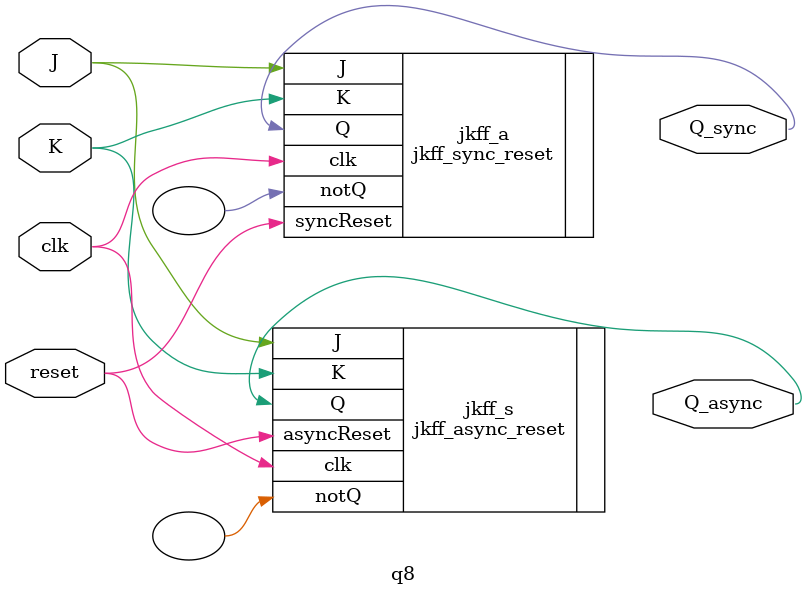
<source format=v>
`timescale 1ns / 1ps


module q8(
    input J,
    input K,
    input clk,
    input reset,
    output Q_sync,
    output Q_async    
    );
    
    jkff_sync_reset jkff_a(
        .J(J),
        .K(K),
        .clk(clk),
        .syncReset(reset),
        .Q(Q_sync),
        .notQ()
    );
    
    jkff_async_reset jkff_s(
        .J(J),
        .K(K),
        .clk(clk),
        .asyncReset(reset),
        .Q(Q_async),
        .notQ()
    );
    
endmodule
</source>
